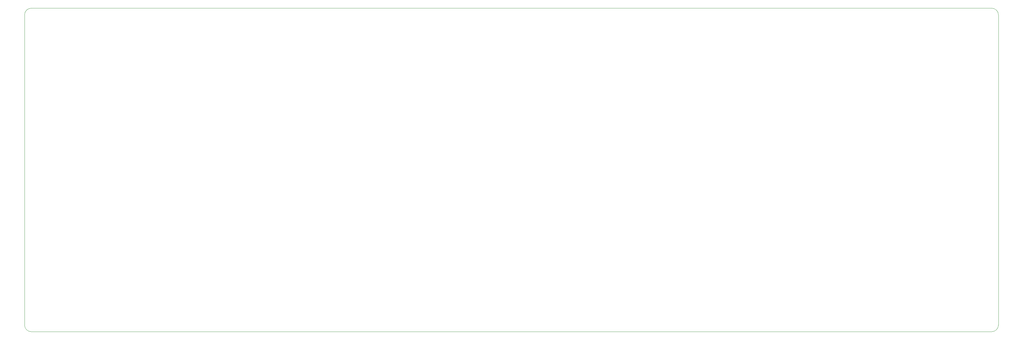
<source format=gm1>
G04 #@! TF.GenerationSoftware,KiCad,Pcbnew,8.0.4*
G04 #@! TF.CreationDate,2024-08-16T15:43:28+02:00*
G04 #@! TF.ProjectId,keyboard,6b657962-6f61-4726-942e-6b696361645f,rev?*
G04 #@! TF.SameCoordinates,Original*
G04 #@! TF.FileFunction,Profile,NP*
%FSLAX46Y46*%
G04 Gerber Fmt 4.6, Leading zero omitted, Abs format (unit mm)*
G04 Created by KiCad (PCBNEW 8.0.4) date 2024-08-16 15:43:28*
%MOMM*%
%LPD*%
G01*
G04 APERTURE LIST*
G04 #@! TA.AperFunction,Profile*
%ADD10C,0.100000*%
G04 #@! TD*
G04 APERTURE END LIST*
D10*
X2000001Y-94999999D02*
G75*
G02*
X1Y-92999999I-1J1999999D01*
G01*
X283499999Y-1D02*
G75*
G02*
X285499999Y-2000001I1J-1999999D01*
G01*
X0Y-2000000D02*
X1Y-92999999D01*
X283499999Y-94999999D02*
X2000001Y-94999999D01*
X285500000Y-2000000D02*
X285500000Y-93000000D01*
X285499999Y-92999999D02*
G75*
G02*
X283499999Y-94999999I-1999999J-1D01*
G01*
X0Y-2000000D02*
G75*
G02*
X2000000Y0I1999999J1D01*
G01*
X2000000Y0D02*
X283499999Y-1D01*
M02*

</source>
